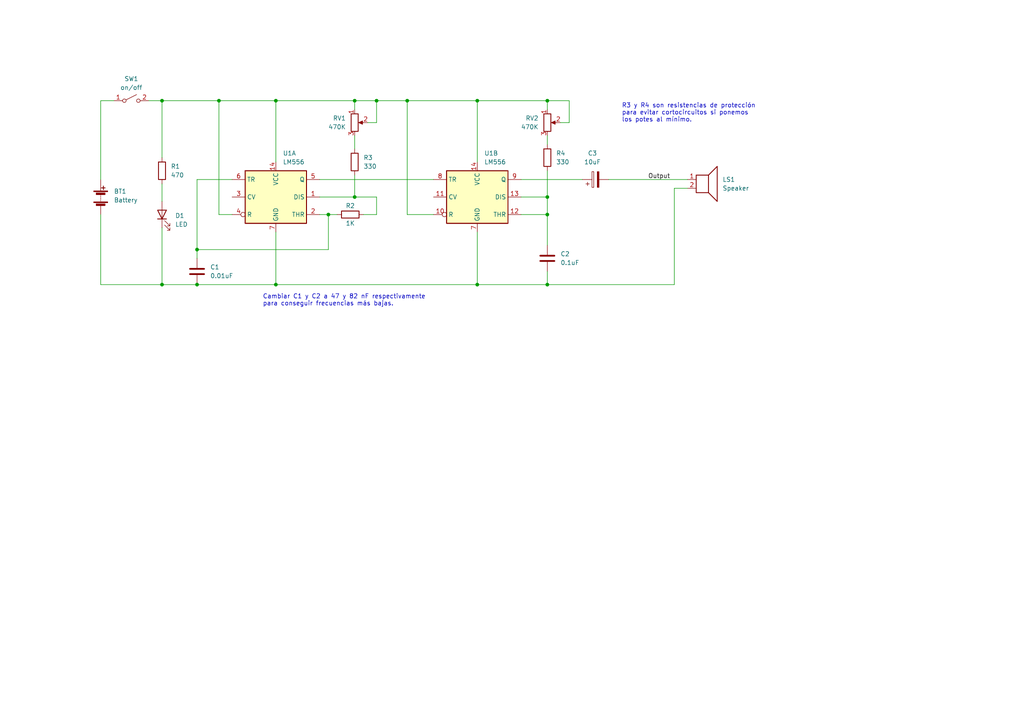
<source format=kicad_sch>
(kicad_sch (version 20211123) (generator eeschema)
  (paper "A4")
  (lib_symbols
    (symbol "Device:Battery" (pin_numbers hide) (pin_names (offset 0) hide)
      (property "Reference" "BT" (at 2.54 2.54 0))
      (property "Value" "Battery" (at 2.54 0 0))
      (symbol "Battery_0_1"
        (rectangle (start -2.032 -1.397) (end 2.032 -1.651) (fill (type outline)))
        (rectangle (start -2.032 1.778) (end 2.032 1.524) (fill (type outline)))
        (rectangle (start -1.3208 -1.9812) (end 1.27 -2.4892) (fill (type outline)))
        (rectangle (start -1.3208 1.1938) (end 1.27 0.6858) (fill (type outline)))
        (polyline (pts (xy 0 -1.524) (xy 0 -1.27)))
        (polyline (pts (xy 0 -1.016) (xy 0 -0.762)))
        (polyline (pts (xy 0 -0.508) (xy 0 -0.254)))
        (polyline (pts (xy 0 0) (xy 0 0.254)))
        (polyline (pts (xy 0 0.508) (xy 0 0.762)))
        (polyline (pts (xy 0 1.778) (xy 0 2.54)))
        (polyline (pts (xy 0.254 2.667) (xy 1.27 2.667)) (stroke (width 0.254)))
        (polyline (pts (xy 0.762 3.175) (xy 0.762 2.159)) (stroke (width 0.254)))
      )
      (symbol "Battery_1_1"
        (pin passive line (at 0 5.08 270) (length 2.54) (name "+") (number "1"))
        (pin passive line (at 0 -5.08 90) (length 2.54) (name "-") (number "2"))
      )
    )
    (symbol "Device:C" (pin_numbers hide) (pin_names (offset 0.254))
      (property "Reference" "C" (at 0.635 2.54 0))
      (property "Value" "C" (at 0.635 -2.54 0))
      (symbol "C_0_1"
        (polyline (pts (xy -2.032 -0.762) (xy 2.032 -0.762)) (stroke (width 0.508)))
        (polyline (pts (xy -2.032 0.762) (xy 2.032 0.762)) (stroke (width 0.508)))
      )
      (symbol "C_1_1"
        (pin passive line (at 0 3.81 270) (length 2.794) (name "~") (number "1"))
        (pin passive line (at 0 -3.81 90) (length 2.794) (name "~") (number "2"))
      )
    )
    (symbol "Device:C_Polarized" (pin_numbers hide) (pin_names (offset 0.254))
      (property "Reference" "C" (at 0.635 2.54 0))
      (property "Value" "C_Polarized" (at 0.635 -2.54 0))
      (symbol "C_Polarized_0_1"
        (rectangle (start -2.286 0.508) (end 2.286 1.016))
        (polyline (pts (xy -1.778 2.286) (xy -0.762 2.286)))
        (polyline (pts (xy -1.27 2.794) (xy -1.27 1.778)))
        (rectangle (start 2.286 -0.508) (end -2.286 -1.016) (fill (type outline)))
      )
      (symbol "C_Polarized_1_1"
        (pin passive line (at 0 3.81 270) (length 2.794) (name "~") (number "1"))
        (pin passive line (at 0 -3.81 90) (length 2.794) (name "~") (number "2"))
      )
    )
    (symbol "Device:LED" (pin_numbers hide) (pin_names (offset 1.016) hide)
      (property "Reference" "D" (at 0 2.54 0))
      (property "Value" "LED" (at 0 -2.54 0))
      (symbol "LED_0_1"
        (polyline (pts (xy -1.27 -1.27) (xy -1.27 1.27)) (stroke (width 0.254)))
        (polyline (pts (xy -1.27 0) (xy 1.27 0)))
        (polyline (pts (xy 1.27 -1.27) (xy 1.27 1.27) (xy -1.27 0) (xy 1.27 -1.27)) (stroke (width 0.254)))
        (polyline (pts (xy -3.048 -0.762) (xy -4.572 -2.286) (xy -3.81 -2.286) (xy -4.572 -2.286) (xy -4.572 -1.524)))
        (polyline (pts (xy -1.778 -0.762) (xy -3.302 -2.286) (xy -2.54 -2.286) (xy -3.302 -2.286) (xy -3.302 -1.524)))
      )
      (symbol "LED_1_1"
        (pin passive line (at -3.81 0 0) (length 2.54) (name "K") (number "1"))
        (pin passive line (at 3.81 0 180) (length 2.54) (name "A") (number "2"))
      )
    )
    (symbol "Device:R" (pin_numbers hide) (pin_names (offset 0))
      (property "Reference" "R" (at 2.032 0 90))
      (property "Value" "R" (at 0 0 90))
      (symbol "R_0_1"
        (rectangle (start -1.016 -2.54) (end 1.016 2.54) (stroke (width 0.254)))
      )
      (symbol "R_1_1"
        (pin passive line (at 0 3.81 270) (length 1.27) (name "~") (number "1"))
        (pin passive line (at 0 -3.81 90) (length 1.27) (name "~") (number "2"))
      )
    )
    (symbol "Device:R_Potentiometer" (pin_names (offset 1.016) hide)
      (property "Reference" "RV" (at -4.445 0 90))
      (property "Value" "R_Potentiometer" (at -2.54 0 90))
      (symbol "R_Potentiometer_0_1"
        (polyline (pts (xy 2.54 0) (xy 1.524 0)))
        (polyline (pts (xy 1.143 0) (xy 2.286 0.508) (xy 2.286 -0.508) (xy 1.143 0)) (fill (type outline)))
        (rectangle (start 1.016 2.54) (end -1.016 -2.54) (stroke (width 0.254)))
      )
      (symbol "R_Potentiometer_1_1"
        (pin passive line (at 0 3.81 270) (length 1.27) (name "1") (number "1"))
        (pin passive line (at 3.81 0 180) (length 1.27) (name "2") (number "2"))
        (pin passive line (at 0 -3.81 90) (length 1.27) (name "3") (number "3"))
      )
    )
    (symbol "Device:Speaker" (pin_names (offset 0) hide)
      (property "Reference" "LS" (at 1.27 5.715 0))
      (property "Value" "Speaker" (at 1.27 3.81 0))
      (symbol "Speaker_0_0"
        (rectangle (start -2.54 1.27) (end 1.016 -3.81) (stroke (width 0.254)))
        (polyline (pts (xy 1.016 1.27) (xy 3.556 3.81) (xy 3.556 -6.35) (xy 1.016 -3.81)) (stroke (width 0.254)))
      )
      (symbol "Speaker_1_1"
        (pin input line (at -5.08 0 0) (length 2.54) (name "1") (number "1"))
        (pin input line (at -5.08 -2.54 0) (length 2.54) (name "2") (number "2"))
      )
    )
    (symbol "Switch:SW_SPST" (pin_names (offset 0) hide)
      (property "Reference" "SW" (at 0 3.175 0))
      (property "Value" "SW_SPST" (at 0 -2.54 0))
      (symbol "SW_SPST_0_0"
        (circle (center -2.032 0) (radius 0.508))
        (polyline (pts (xy -1.524 0.254) (xy 1.524 1.778)))
        (circle (center 2.032 0) (radius 0.508))
      )
      (symbol "SW_SPST_1_1"
        (pin passive line (at -5.08 0 0) (length 2.54) (name "A") (number "1"))
        (pin passive line (at 5.08 0 180) (length 2.54) (name "B") (number "2"))
      )
    )
    (symbol "Timer:LM556"
      (property "Reference" "U" (at -10.16 8.89 0))
      (property "Value" "LM556" (at -10.16 -8.89 0))
      (symbol "LM556_0_0"
        (pin power_in line (at 0 10.16 270) (length 2.54) (name "VCC") (number "14"))
        (pin power_in line (at 0 -10.16 90) (length 2.54) (name "GND") (number "7"))
      )
      (symbol "LM556_0_1"
        (rectangle (start -8.89 -7.62) (end 8.89 7.62) (stroke (width 0.254)) (fill (type background)))
        (rectangle (start -8.89 -7.62) (end 8.89 7.62) (stroke (width 0.254)) (fill (type background)))
      )
      (symbol "LM556_1_1"
        (pin input line (at 12.7 0 180) (length 3.81) (name "DIS") (number "1"))
        (pin input line (at 12.7 -5.08 180) (length 3.81) (name "THR") (number "2"))
        (pin input line (at -12.7 0 0) (length 3.81) (name "CV") (number "3"))
        (pin input inverted (at -12.7 -5.08 0) (length 3.81) (name "R") (number "4"))
        (pin output line (at 12.7 5.08 180) (length 3.81) (name "Q") (number "5"))
        (pin input line (at -12.7 5.08 0) (length 3.81) (name "TR") (number "6"))
      )
      (symbol "LM556_2_1"
        (pin input inverted (at -12.7 -5.08 0) (length 3.81) (name "R") (number "10"))
        (pin input line (at -12.7 0 0) (length 3.81) (name "CV") (number "11"))
        (pin input line (at 12.7 -5.08 180) (length 3.81) (name "THR") (number "12"))
        (pin input line (at 12.7 0 180) (length 3.81) (name "DIS") (number "13"))
        (pin input line (at -12.7 5.08 0) (length 3.81) (name "TR") (number "8"))
        (pin output line (at 12.7 5.08 180) (length 3.81) (name "Q") (number "9"))
      )
    )
  )
  (junction (at 95.25 62.23))
  (junction (at 118.11 29.21))
  (junction (at 158.75 62.23))
  (junction (at 80.01 29.21))
  (junction (at 46.99 29.21))
  (junction (at 138.43 29.21))
  (junction (at 158.75 29.21))
  (junction (at 102.87 57.15))
  (junction (at 102.87 29.21))
  (junction (at 158.75 82.55))
  (junction (at 63.5 29.21))
  (junction (at 158.75 57.15))
  (junction (at 109.22 29.21))
  (junction (at 80.01 82.55))
  (junction (at 46.99 82.55))
  (junction (at 57.15 72.39))
  (junction (at 57.15 82.55))
  (junction (at 138.43 82.55))
  (wire (pts (xy 95.25 62.23) (xy 95.25 72.39)))
  (wire (pts (xy 138.43 29.21) (xy 158.75 29.21)))
  (wire (pts (xy 118.11 29.21) (xy 138.43 29.21)))
  (wire (pts (xy 102.87 50.8) (xy 102.87 57.15)))
  (wire (pts (xy 109.22 35.56) (xy 106.68 35.56)))
  (wire (pts (xy 151.13 62.23) (xy 158.75 62.23)))
  (wire (pts (xy 80.01 67.31) (xy 80.01 82.55)))
  (wire (pts (xy 29.21 82.55) (xy 46.99 82.55)))
  (wire (pts (xy 165.1 35.56) (xy 162.56 35.56)))
  (wire (pts (xy 102.87 29.21) (xy 102.87 31.75)))
  (wire (pts (xy 109.22 62.23) (xy 105.41 62.23)))
  (wire (pts (xy 195.58 54.61) (xy 195.58 82.55)))
  (wire (pts (xy 67.31 62.23) (xy 63.5 62.23)))
  (wire (pts (xy 63.5 29.21) (xy 46.99 29.21)))
  (wire (pts (xy 46.99 29.21) (xy 46.99 45.72)))
  (wire (pts (xy 57.15 72.39) (xy 57.15 74.93)))
  (wire (pts (xy 118.11 29.21) (xy 109.22 29.21)))
  (wire (pts (xy 43.18 29.21) (xy 46.99 29.21)))
  (wire (pts (xy 118.11 62.23) (xy 118.11 29.21)))
  (wire (pts (xy 158.75 29.21) (xy 165.1 29.21)))
  (wire (pts (xy 92.71 62.23) (xy 95.25 62.23)))
  (wire (pts (xy 109.22 57.15) (xy 109.22 62.23)))
  (wire (pts (xy 138.43 67.31) (xy 138.43 82.55)))
  (wire (pts (xy 158.75 62.23) (xy 158.75 71.12)))
  (wire (pts (xy 165.1 29.21) (xy 165.1 35.56)))
  (wire (pts (xy 102.87 57.15) (xy 109.22 57.15)))
  (wire (pts (xy 92.71 57.15) (xy 102.87 57.15)))
  (wire (pts (xy 63.5 29.21) (xy 80.01 29.21)))
  (wire (pts (xy 80.01 82.55) (xy 57.15 82.55)))
  (wire (pts (xy 92.71 52.07) (xy 125.73 52.07)))
  (wire (pts (xy 46.99 82.55) (xy 57.15 82.55)))
  (wire (pts (xy 80.01 29.21) (xy 102.87 29.21)))
  (wire (pts (xy 109.22 29.21) (xy 109.22 35.56)))
  (wire (pts (xy 199.39 54.61) (xy 195.58 54.61)))
  (wire (pts (xy 95.25 62.23) (xy 97.79 62.23)))
  (wire (pts (xy 109.22 29.21) (xy 102.87 29.21)))
  (wire (pts (xy 138.43 82.55) (xy 80.01 82.55)))
  (wire (pts (xy 29.21 29.21) (xy 29.21 52.07)))
  (wire (pts (xy 151.13 57.15) (xy 158.75 57.15)))
  (wire (pts (xy 158.75 82.55) (xy 138.43 82.55)))
  (wire (pts (xy 158.75 29.21) (xy 158.75 31.75)))
  (wire (pts (xy 46.99 66.04) (xy 46.99 82.55)))
  (wire (pts (xy 138.43 46.99) (xy 138.43 29.21)))
  (wire (pts (xy 63.5 29.21) (xy 63.5 62.23)))
  (wire (pts (xy 46.99 53.34) (xy 46.99 58.42)))
  (wire (pts (xy 151.13 52.07) (xy 168.91 52.07)))
  (wire (pts (xy 125.73 62.23) (xy 118.11 62.23)))
  (wire (pts (xy 158.75 62.23) (xy 158.75 57.15)))
  (wire (pts (xy 195.58 82.55) (xy 158.75 82.55)))
  (wire (pts (xy 29.21 62.23) (xy 29.21 82.55)))
  (wire (pts (xy 95.25 72.39) (xy 57.15 72.39)))
  (wire (pts (xy 102.87 39.37) (xy 102.87 43.18)))
  (wire (pts (xy 80.01 29.21) (xy 80.01 46.99)))
  (wire (pts (xy 29.21 29.21) (xy 33.02 29.21)))
  (wire (pts (xy 158.75 78.74) (xy 158.75 82.55)))
  (wire (pts (xy 158.75 39.37) (xy 158.75 41.91)))
  (wire (pts (xy 57.15 52.07) (xy 57.15 72.39)))
  (wire (pts (xy 67.31 52.07) (xy 57.15 52.07)))
  (wire (pts (xy 176.53 52.07) (xy 199.39 52.07)))
  (wire (pts (xy 158.75 49.53) (xy 158.75 57.15)))
  (text "Cambiar C1 y C2 a 47 y 82 nF respectivamente\npara conseguir frecuencias más bajas." (at 76.2 88.9 0) (effects (font (size 1.27 1.27)) (justify left bottom)))
  (text "R3 y R4 son resistencias de protección \npara evitar cortocircuitos si ponemos\nlos potes al mínimo." (at 180.34 35.56 0) (effects (font (size 1.27 1.27)) (justify left bottom)))
  (label "Output" (at 187.96 52.07 0))
  (symbol (lib_id "Timer:LM556") (at 138.43 57.15 0) (unit 2)
    (property "Reference" "U1" (at 140.4494 44.45 0) (effects (justify left)))
    (property "Value" "LM556" (at 140.4494 46.99 0) (effects (justify left)))
    (property "Datasheet" "http://www.ti.com/lit/ds/symlink/lm556.pdf" (effects hide))
  )
  (symbol (lib_id "Device:Battery") (at 29.21 57.15 0) (unit 1)
    (property "Reference" "BT1" (at 33.02 55.4989 0) (effects (justify left)))
    (property "Value" "Battery" (at 33.02 58.0389 0) (effects (justify left)))
  )
  (symbol (lib_id "Device:C") (at 158.75 74.93 0) (unit 1)
    (property "Reference" "C2" (at 162.56 73.6599 0) (effects (justify left)))
    (property "Value" "0.1uF" (at 162.56 76.1999 0) (effects (justify left)))
  )
  (symbol (lib_id "Device:LED") (at 46.99 62.23 90) (unit 1)
    (property "Reference" "D1" (at 50.8 62.5474 90) (effects (justify right)))
    (property "Value" "LED" (at 50.8 65.0874 90) (effects (justify right)))
  )
  (symbol (lib_id "Device:R") (at 158.75 45.72 0) (unit 1)
    (property "Reference" "R4" (at 161.29 44.4499 0) (effects (justify left)))
    (property "Value" "330" (at 161.29 46.9899 0) (effects (justify left)))
  )
  (symbol (lib_id "Device:C_Polarized") (at 172.72 52.07 90) (unit 1)
    (property "Reference" "C3" (at 171.831 44.45 90))
    (property "Value" "10uF" (at 171.831 46.99 90))
  )
  (symbol (lib_id "Device:R") (at 102.87 46.99 0) (unit 1)
    (property "Reference" "R3" (at 105.41 45.7199 0) (effects (justify left)))
    (property "Value" "330" (at 105.41 48.2599 0) (effects (justify left)))
  )
  (symbol (lib_id "Device:R_Potentiometer") (at 102.87 35.56 0) (unit 1)
    (property "Reference" "RV1" (at 100.33 34.2899 0) (effects (justify right)))
    (property "Value" "470K" (at 100.33 36.8299 0) (effects (justify right)))
  )
  (symbol (lib_id "Device:Speaker") (at 204.47 52.07 0) (unit 1)
    (property "Reference" "LS1" (at 209.55 52.0699 0) (effects (justify left)))
    (property "Value" "Speaker" (at 209.55 54.6099 0) (effects (justify left)))
  )
  (symbol (lib_id "Switch:SW_SPST") (at 38.1 29.21 0) (unit 1)
    (property "Reference" "SW1" (at 38.1 22.86 0))
    (property "Value" "on/off" (at 38.1 25.4 0))
  )
  (symbol (lib_id "Device:C") (at 57.15 78.74 0) (unit 1)
    (property "Reference" "C1" (at 60.96 77.4699 0) (effects (justify left)))
    (property "Value" "0.01uF" (at 60.96 80.0099 0) (effects (justify left)))
  )
  (symbol (lib_id "Device:R_Potentiometer") (at 158.75 35.56 0) (unit 1)
    (property "Reference" "RV2" (at 156.21 34.2899 0) (effects (justify right)))
    (property "Value" "470K" (at 156.21 36.8299 0) (effects (justify right)))
  )
  (symbol (lib_id "Device:R") (at 101.6 62.23 90) (unit 1)
    (property "Reference" "R2" (at 101.6 59.69 90))
    (property "Value" "1K" (at 101.6 64.77 90))
  )
  (symbol (lib_id "Timer:LM556") (at 80.01 57.15 0) (unit 1)
    (property "Reference" "U1" (at 82.0294 44.45 0) (effects (justify left)))
    (property "Value" "LM556" (at 82.0294 46.99 0) (effects (justify left)))
    (property "Datasheet" "http://www.ti.com/lit/ds/symlink/lm556.pdf" (effects hide))
  )
  (symbol (lib_id "Device:R") (at 46.99 49.53 0) (unit 1)
    (property "Reference" "R1" (at 49.53 48.2599 0) (effects (justify left)))
    (property "Value" "470" (at 49.53 50.7999 0) (effects (justify left)))
  )
)
</source>
